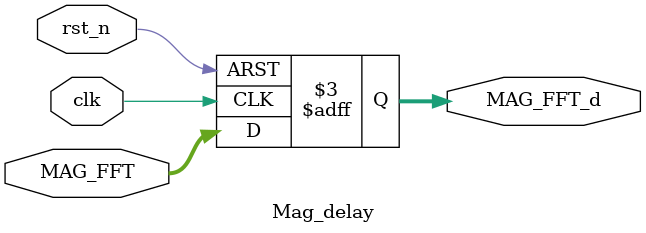
<source format=v>
`timescale 1ns / 1ps


module Mag_delay(
    input wire [63:0] MAG_FFT,
    input wire rst_n,
    input clk,
    output reg [63:0] MAG_FFT_d 
    );
    
   
   always @(posedge clk or negedge rst_n) begin
    if (!rst_n)
        MAG_FFT_d <= 0;
    else begin
        MAG_FFT_d <= MAG_FFT; 
    end 
   end     
 
endmodule

</source>
